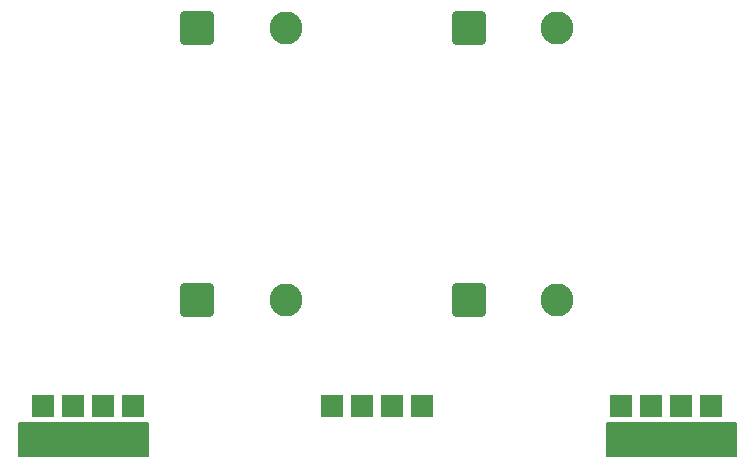
<source format=gbr>
%TF.GenerationSoftware,KiCad,Pcbnew,6.0.4-6f826c9f35~116~ubuntu20.04.1*%
%TF.CreationDate,2022-07-25T09:59:18+00:00*%
%TF.ProjectId,4XLTO1865V01A,34584c54-4f31-4383-9635-563031412e6b,rev?*%
%TF.SameCoordinates,Original*%
%TF.FileFunction,Soldermask,Bot*%
%TF.FilePolarity,Negative*%
%FSLAX46Y46*%
G04 Gerber Fmt 4.6, Leading zero omitted, Abs format (unit mm)*
G04 Created by KiCad (PCBNEW 6.0.4-6f826c9f35~116~ubuntu20.04.1) date 2022-07-25 09:59:18*
%MOMM*%
%LPD*%
G01*
G04 APERTURE LIST*
G04 Aperture macros list*
%AMRoundRect*
0 Rectangle with rounded corners*
0 $1 Rounding radius*
0 $2 $3 $4 $5 $6 $7 $8 $9 X,Y pos of 4 corners*
0 Add a 4 corners polygon primitive as box body*
4,1,4,$2,$3,$4,$5,$6,$7,$8,$9,$2,$3,0*
0 Add four circle primitives for the rounded corners*
1,1,$1+$1,$2,$3*
1,1,$1+$1,$4,$5*
1,1,$1+$1,$6,$7*
1,1,$1+$1,$8,$9*
0 Add four rect primitives between the rounded corners*
20,1,$1+$1,$2,$3,$4,$5,0*
20,1,$1+$1,$4,$5,$6,$7,0*
20,1,$1+$1,$6,$7,$8,$9,0*
20,1,$1+$1,$8,$9,$2,$3,0*%
G04 Aperture macros list end*
%ADD10C,0.150000*%
%ADD11RoundRect,0.200000X-0.762000X0.762000X-0.762000X-0.762000X0.762000X-0.762000X0.762000X0.762000X0*%
%ADD12RoundRect,0.200000X-1.200000X-1.200000X1.200000X-1.200000X1.200000X1.200000X-1.200000X1.200000X0*%
%ADD13C,2.800000*%
G04 APERTURE END LIST*
D10*
X49911000Y3048000D02*
X60833000Y3048000D01*
X60833000Y3048000D02*
X60833000Y254000D01*
X60833000Y254000D02*
X49911000Y254000D01*
X49911000Y254000D02*
X49911000Y3048000D01*
G36*
X49911000Y3048000D02*
G01*
X60833000Y3048000D01*
X60833000Y254000D01*
X49911000Y254000D01*
X49911000Y3048000D01*
G37*
X127000Y3048000D02*
X11049000Y3048000D01*
X11049000Y3048000D02*
X11049000Y254000D01*
X11049000Y254000D02*
X127000Y254000D01*
X127000Y254000D02*
X127000Y3048000D01*
G36*
X127000Y3048000D02*
G01*
X11049000Y3048000D01*
X11049000Y254000D01*
X127000Y254000D01*
X127000Y3048000D01*
G37*
X49911000Y3048000D02*
X60833000Y3048000D01*
X60833000Y3048000D02*
X60833000Y254000D01*
X60833000Y254000D02*
X49911000Y254000D01*
X49911000Y254000D02*
X49911000Y3048000D01*
G36*
X49911000Y3048000D02*
G01*
X60833000Y3048000D01*
X60833000Y254000D01*
X49911000Y254000D01*
X49911000Y3048000D01*
G37*
X127000Y3048000D02*
X11049000Y3048000D01*
X11049000Y3048000D02*
X11049000Y254000D01*
X11049000Y254000D02*
X127000Y254000D01*
X127000Y254000D02*
X127000Y3048000D01*
G36*
X127000Y3048000D02*
G01*
X11049000Y3048000D01*
X11049000Y254000D01*
X127000Y254000D01*
X127000Y3048000D01*
G37*
D11*
%TO.C,J1*%
X34290000Y4500000D03*
X31750000Y4500000D03*
X29210000Y4500000D03*
X26670000Y4500000D03*
%TD*%
%TO.C,J2*%
X9810000Y4500000D03*
X7270000Y4500000D03*
X4730000Y4500000D03*
X2190000Y4500000D03*
%TD*%
D12*
%TO.C,BT1*%
X15230000Y36500000D03*
D13*
X22730000Y36500000D03*
%TD*%
D12*
%TO.C,BT4*%
X15230000Y13500000D03*
D13*
X22730000Y13500000D03*
%TD*%
D12*
%TO.C,BT3*%
X38230000Y36500000D03*
D13*
X45730000Y36500000D03*
%TD*%
D12*
%TO.C,BT2*%
X38230000Y13500000D03*
D13*
X45730000Y13500000D03*
%TD*%
D11*
%TO.C,J3*%
X58770000Y4500000D03*
X56230000Y4500000D03*
X53690000Y4500000D03*
X51150000Y4500000D03*
%TD*%
M02*

</source>
